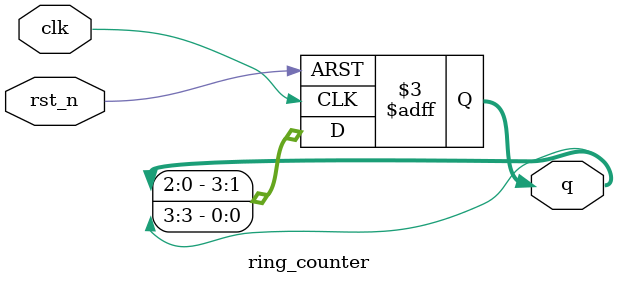
<source format=v>
module ring_counter (
  input  clk,
  input  rst_n,
  output reg [3:0] q
);

  always @(posedge clk or negedge rst_n) begin
    if (!rst_n)
      q <= 4'b0001;      // Initial state
    else
      q <= {q[2:0], q[3]}; // Left rotate
  end
endmodule

</source>
